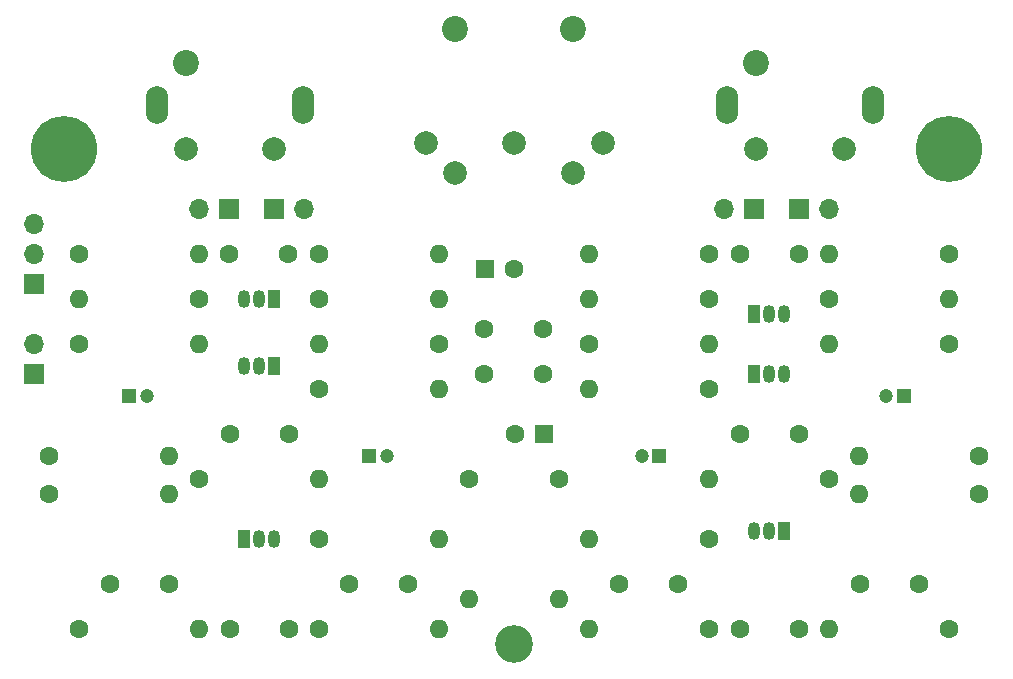
<source format=gbs>
G04 #@! TF.GenerationSoftware,KiCad,Pcbnew,8.0.9*
G04 #@! TF.CreationDate,2025-03-02T14:12:51+01:00*
G04 #@! TF.ProjectId,cjss102,636a7373-3130-4322-9e6b-696361645f70,rev?*
G04 #@! TF.SameCoordinates,Original*
G04 #@! TF.FileFunction,Soldermask,Bot*
G04 #@! TF.FilePolarity,Negative*
%FSLAX46Y46*%
G04 Gerber Fmt 4.6, Leading zero omitted, Abs format (unit mm)*
G04 Created by KiCad (PCBNEW 8.0.9) date 2025-03-02 14:12:51*
%MOMM*%
%LPD*%
G01*
G04 APERTURE LIST*
%ADD10C,1.600000*%
%ADD11O,1.600000X1.600000*%
%ADD12C,5.600000*%
%ADD13R,1.700000X1.700000*%
%ADD14O,1.700000X1.700000*%
%ADD15R,1.200000X1.200000*%
%ADD16C,1.200000*%
%ADD17O,1.900000X3.200000*%
%ADD18C,2.000000*%
%ADD19C,2.200000*%
%ADD20R,1.600000X1.600000*%
%ADD21R,1.050000X1.500000*%
%ADD22O,1.050000X1.500000*%
%ADD23C,3.200000*%
G04 APERTURE END LIST*
D10*
X166370000Y-60960000D03*
D11*
X156210000Y-60960000D03*
D10*
X125730000Y-57150000D03*
X130730000Y-57150000D03*
X176530000Y-60960000D03*
D11*
X186690000Y-60960000D03*
D12*
X186690000Y-48260000D03*
D10*
X163750000Y-85090000D03*
X158750000Y-85090000D03*
X189230000Y-77470000D03*
D11*
X179070000Y-77470000D03*
D13*
X125730000Y-53340000D03*
D14*
X123190000Y-53340000D03*
D15*
X182880000Y-69215000D03*
D16*
X181380000Y-69215000D03*
D10*
X113030000Y-88900000D03*
D11*
X123190000Y-88900000D03*
D15*
X137565000Y-74295000D03*
D16*
X139065000Y-74295000D03*
D17*
X180200000Y-44510000D03*
X167900000Y-44510000D03*
D18*
X170300000Y-48260000D03*
X177800000Y-48260000D03*
D19*
X170300000Y-41010000D03*
D17*
X131940000Y-44510000D03*
X119640000Y-44510000D03*
D18*
X122040000Y-48260000D03*
X129540000Y-48260000D03*
D19*
X122040000Y-41010000D03*
D10*
X152320000Y-63500000D03*
X147320000Y-63500000D03*
X146050000Y-76200000D03*
D11*
X146050000Y-86360000D03*
D10*
X113030000Y-57150000D03*
D11*
X123190000Y-57150000D03*
D10*
X133350000Y-57150000D03*
D11*
X143510000Y-57150000D03*
D13*
X170180000Y-53340000D03*
D14*
X167640000Y-53340000D03*
D10*
X186690000Y-57150000D03*
D11*
X176530000Y-57150000D03*
D10*
X166370000Y-57150000D03*
D11*
X156210000Y-57150000D03*
D10*
X125810000Y-72390000D03*
X130810000Y-72390000D03*
D19*
X144860000Y-38100000D03*
X154860000Y-38100000D03*
D18*
X142360000Y-47800000D03*
X149860000Y-47800000D03*
X157360000Y-47800000D03*
X144860000Y-50300000D03*
X154860000Y-50300000D03*
D10*
X147320000Y-67310000D03*
X152320000Y-67310000D03*
X113030000Y-64770000D03*
D11*
X123190000Y-64770000D03*
D15*
X117245000Y-69215000D03*
D16*
X118745000Y-69215000D03*
D20*
X152400000Y-72390000D03*
D10*
X149900000Y-72390000D03*
D12*
X111760000Y-48260000D03*
D10*
X186690000Y-88900000D03*
D11*
X176530000Y-88900000D03*
D10*
X176530000Y-76200000D03*
D11*
X166370000Y-76200000D03*
D10*
X133350000Y-60960000D03*
D11*
X143510000Y-60960000D03*
D21*
X127000000Y-81280000D03*
D22*
X128270000Y-81280000D03*
X129540000Y-81280000D03*
D13*
X109220000Y-59690000D03*
D14*
X109220000Y-57150000D03*
X109220000Y-54610000D03*
D10*
X173990000Y-72390000D03*
X168990000Y-72390000D03*
X186690000Y-64770000D03*
D11*
X176530000Y-64770000D03*
D10*
X115610000Y-85090000D03*
X120610000Y-85090000D03*
X184110000Y-85090000D03*
X179110000Y-85090000D03*
X123190000Y-60960000D03*
D11*
X113030000Y-60960000D03*
D21*
X170180000Y-62230000D03*
D22*
X171450000Y-62230000D03*
X172720000Y-62230000D03*
D10*
X133350000Y-81280000D03*
D11*
X143510000Y-81280000D03*
D10*
X135890000Y-85090000D03*
X140890000Y-85090000D03*
D21*
X129540000Y-60960000D03*
D22*
X128270000Y-60960000D03*
X127000000Y-60960000D03*
D10*
X156210000Y-64770000D03*
D11*
X166370000Y-64770000D03*
D23*
X149860000Y-90170000D03*
D10*
X166370000Y-81280000D03*
D11*
X156210000Y-81280000D03*
D10*
X110490000Y-74295000D03*
D11*
X120650000Y-74295000D03*
D10*
X133350000Y-88900000D03*
D11*
X143510000Y-88900000D03*
D13*
X129540000Y-53340000D03*
D14*
X132080000Y-53340000D03*
D20*
X147360000Y-58420000D03*
D10*
X149860000Y-58420000D03*
X143510000Y-64770000D03*
D11*
X133350000Y-64770000D03*
D10*
X153670000Y-76200000D03*
D11*
X153670000Y-86360000D03*
D13*
X109220000Y-67310000D03*
D14*
X109220000Y-64770000D03*
D10*
X110490000Y-77470000D03*
D11*
X120650000Y-77470000D03*
D10*
X168990000Y-88900000D03*
X173990000Y-88900000D03*
X166370000Y-88900000D03*
D11*
X156210000Y-88900000D03*
D10*
X133350000Y-68580000D03*
D11*
X143510000Y-68580000D03*
D21*
X172720000Y-80645000D03*
D22*
X171450000Y-80645000D03*
X170180000Y-80645000D03*
D10*
X166370000Y-68580000D03*
D11*
X156210000Y-68580000D03*
D10*
X189230000Y-74295000D03*
D11*
X179070000Y-74295000D03*
D21*
X129540000Y-66675000D03*
D22*
X128270000Y-66675000D03*
X127000000Y-66675000D03*
D15*
X162155000Y-74295000D03*
D16*
X160655000Y-74295000D03*
D21*
X170180000Y-67310000D03*
D22*
X171450000Y-67310000D03*
X172720000Y-67310000D03*
D10*
X130810000Y-88900000D03*
X125810000Y-88900000D03*
X123190000Y-76200000D03*
D11*
X133350000Y-76200000D03*
D10*
X173950000Y-57150000D03*
X168950000Y-57150000D03*
D13*
X173990000Y-53315000D03*
D14*
X176530000Y-53315000D03*
M02*

</source>
